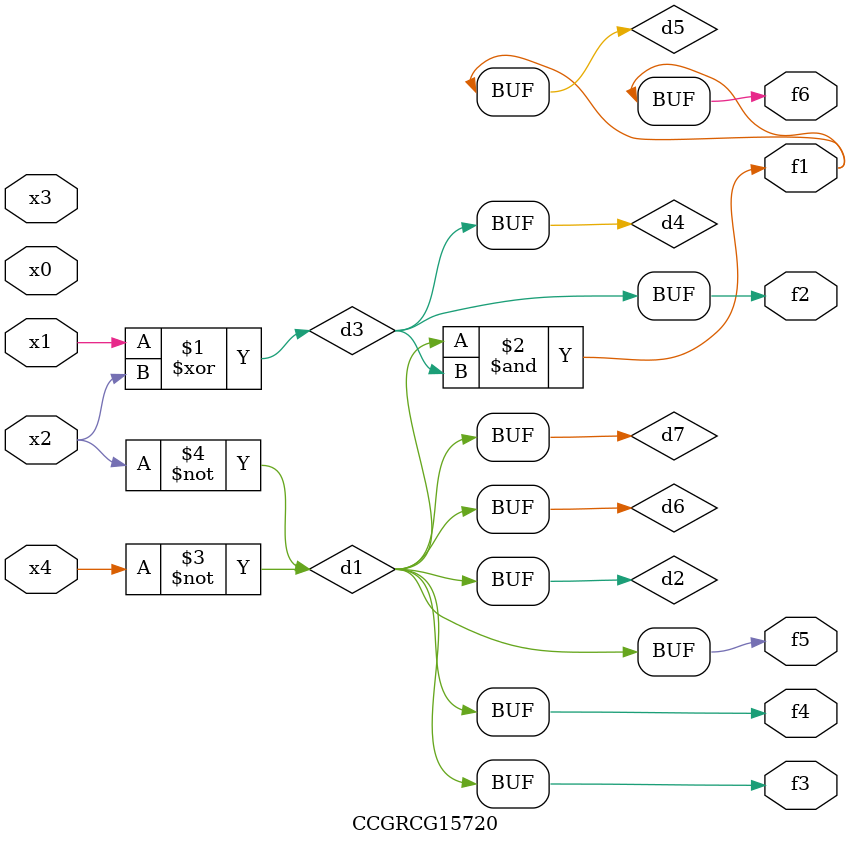
<source format=v>
module CCGRCG15720(
	input x0, x1, x2, x3, x4,
	output f1, f2, f3, f4, f5, f6
);

	wire d1, d2, d3, d4, d5, d6, d7;

	not (d1, x4);
	not (d2, x2);
	xor (d3, x1, x2);
	buf (d4, d3);
	and (d5, d1, d3);
	buf (d6, d1, d2);
	buf (d7, d2);
	assign f1 = d5;
	assign f2 = d4;
	assign f3 = d7;
	assign f4 = d7;
	assign f5 = d7;
	assign f6 = d5;
endmodule

</source>
